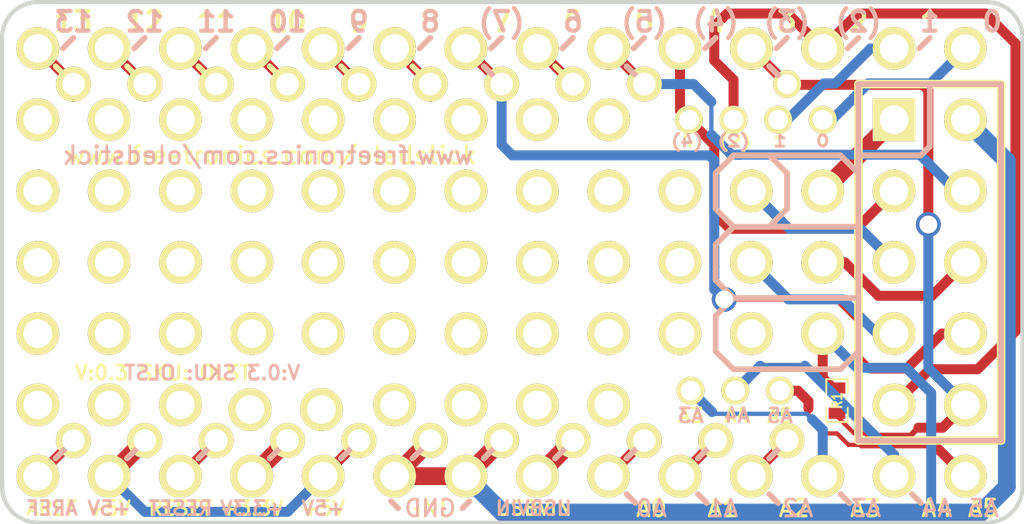
<source format=kicad_pcb>
(kicad_pcb (version 20221018) (generator pcbnew)
  (title_block (title "OLEDStick") (company "(c) Freetronics Pty Ltd 2013") (comment 1 "TAPR Open Hardware License"))
  (layers (0 "F.Cu" signal) (31 "B.Cu" signal) (34 "B.Paste" user) (35 "F.Paste" user) (36 "B.SilkS" user) (37 "F.SilkS" user) (38 "B.Mask" user) (39 "F.Mask" user) (44 "Edge.Cuts" user))
  (net 0 "")
  (net 1 "+5V")
  (net 2 "/3V3")
  (net 3 "/5V")
  (net 4 "/A0")
  (net 5 "/A1")
  (net 6 "/A2")
  (net 7 "/A3")
  (net 8 "/A4")
  (net 9 "/A5")
  (net 10 "/AREF")
  (net 11 "/D0")
  (net 12 "/D1")
  (net 13 "/D10")
  (net 14 "/D11")
  (net 15 "/D12")
  (net 16 "/D13")
  (net 17 "/D6")
  (net 18 "/D8")
  (net 19 "/D9")
  (net 20 "/MISO")
  (net 21 "/MOSI")
  (net 22 "/OLED_DnC")
  (net 23 "/OLED_nCS")
  (net 24 "/OLED_nRST")
  (net 25 "/RESET")
  (net 26 "/SCK")
  (net 27 "/USBVCC")
  (net 28 "/uSD_CD")
  (net 29 "/uSD_nCS")
  (net 30 "GND")
  (net 31 "N-000003")
  (footprint "PIN_ARRAY_5x2" (layer "F.Cu") (at 339.09 251.46 -90)
    (fp_text reference "P1" hide)
    (fp_text value "M02X05" hide)
  )
  (footprint "LEOSTICK_SHIELD" (layer "F.Cu") (at 307.34 259.08)
    (fp_text reference "U1" hide)
    (fp_text value "LEOSTICK_SHIELD" hide)
  )
  (footprint "1pin" (layer "F.Cu") (at 312.42 246.38 180)
    (fp_text reference "1PIN" hide)
    (fp_text value "P***" hide)
  )
  (footprint "1pin_prototyping" (layer "F.Cu") (at 314.96 246.38 180)
    (fp_text reference "1PIN" hide)
    (fp_text value "P***" hide)
  )
  (footprint "1pin_prototyping" (layer "F.Cu") (at 317.5 246.38 180)
    (fp_text reference "1PIN" hide)
    (fp_text value "P***" hide)
  )
  (footprint "1pin_prototyping" (layer "F.Cu") (at 320.04 246.38 180)
    (fp_text reference "1PIN" hide)
    (fp_text value "P***" hide)
  )
  (footprint "1pin_prototyping" (layer "F.Cu") (at 322.58 246.38 180)
    (fp_text reference "1PIN" hide)
    (fp_text value "P***" hide)
  )
  (footprint "1pin_prototyping" (layer "F.Cu") (at 325.12 246.38 180)
    (fp_text reference "1PIN" hide)
    (fp_text value "P***" hide)
  )
  (footprint "1pin_prototyping" (layer "F.Cu") (at 327.66 246.38 180)
    (fp_text reference "1PIN" hide)
    (fp_text value "P***" hide)
  )
  (footprint "1pin_prototyping" (layer "F.Cu") (at 307.34 246.38 180)
    (fp_text reference "1PIN" hide)
    (fp_text value "P***" hide)
  )
  (footprint "1pin_prototyping" (layer "F.Cu") (at 309.88 246.38 180)
    (fp_text reference "1PIN" hide)
    (fp_text value "P***" hide)
  )
  (footprint "1pin_prototyping" (layer "F.Cu") (at 309.88 248.92 180)
    (fp_text reference "1PIN" hide)
    (fp_text value "P***" hide)
  )
  (footprint "1pin_prototyping" (layer "F.Cu") (at 307.34 248.92 180)
    (fp_text reference "1PIN" hide)
    (fp_text value "P***" hide)
  )
  (footprint "1pin_prototyping" (layer "F.Cu") (at 330.2 248.92 180)
    (fp_text reference "1PIN" hide)
    (fp_text value "P***" hide)
  )
  (footprint "1pin_prototyping" (layer "F.Cu") (at 327.66 248.92 180)
    (fp_text reference "1PIN" hide)
    (fp_text value "P***" hide)
  )
  (footprint "1pin_prototyping" (layer "F.Cu") (at 325.12 248.92 180)
    (fp_text reference "1PIN" hide)
    (fp_text value "P***" hide)
  )
  (footprint "1pin_prototyping" (layer "F.Cu") (at 322.58 248.92 180)
    (fp_text reference "1PIN" hide)
    (fp_text value "P***" hide)
  )
  (footprint "1pin_prototyping" (layer "F.Cu") (at 320.04 248.92 180)
    (fp_text reference "1PIN" hide)
    (fp_text value "P***" hide)
  )
  (footprint "1pin_prototyping" (layer "F.Cu") (at 317.5 248.92 180)
    (fp_text reference "1PIN" hide)
    (fp_text value "P***" hide)
  )
  (footprint "1pin_prototyping" (layer "F.Cu") (at 317.5 251.46 180)
    (fp_text reference "1PIN" hide)
    (fp_text value "P***" hide)
  )
  (footprint "1pin_prototyping" (layer "F.Cu") (at 320.04 251.46 180)
    (fp_text reference "1PIN" hide)
    (fp_text value "P***" hide)
  )
  (footprint "1pin_prototyping" (layer "F.Cu") (at 322.58 251.46 180)
    (fp_text reference "1PIN" hide)
    (fp_text value "P***" hide)
  )
  (footprint "1pin_prototyping" (layer "F.Cu") (at 325.12 251.46 180)
    (fp_text reference "1PIN" hide)
    (fp_text value "P***" hide)
  )
  (footprint "1pin_prototyping" (layer "F.Cu") (at 327.66 251.46 180)
    (fp_text reference "1PIN" hide)
    (fp_text value "P***" hide)
  )
  (footprint "1pin_prototyping" (layer "F.Cu") (at 330.2 251.46 180)
    (fp_text reference "1PIN" hide)
    (fp_text value "P***" hide)
  )
  (footprint "1pin_prototyping" (layer "F.Cu") (at 307.34 251.46 180)
    (fp_text reference "1PIN" hide)
    (fp_text value "P***" hide)
  )
  (footprint "1pin_prototyping" (layer "F.Cu") (at 309.88 251.46 180)
    (fp_text reference "1PIN" hide)
    (fp_text value "P***" hide)
  )
  (footprint "1pin_prototyping" (layer "F.Cu") (at 309.88 254 180)
    (fp_text reference "1PIN" hide)
    (fp_text value "P***" hide)
  )
  (footprint "1pin_prototyping" (layer "F.Cu") (at 307.34 254 180)
    (fp_text reference "1PIN" hide)
    (fp_text value "P***" hide)
  )
  (footprint "1pin_prototyping" (layer "F.Cu") (at 330.2 254 180)
    (fp_text reference "1PIN" hide)
    (fp_text value "P***" hide)
  )
  (footprint "1pin_prototyping" (layer "F.Cu") (at 327.66 254 180)
    (fp_text reference "1PIN" hide)
    (fp_text value "P***" hide)
  )
  (footprint "1pin_prototyping" (layer "F.Cu") (at 325.12 254 180)
    (fp_text reference "1PIN" hide)
    (fp_text value "P***" hide)
  )
  (footprint "1pin_prototyping" (layer "F.Cu") (at 322.58 254 180)
    (fp_text reference "1PIN" hide)
    (fp_text value "P***" hide)
  )
  (footprint "1pin_prototyping" (layer "F.Cu") (at 320.04 254 180)
    (fp_text reference "1PIN" hide)
    (fp_text value "P***" hide)
  )
  (footprint "1pin_prototyping" (layer "F.Cu") (at 317.5 254 180)
    (fp_text reference "1PIN" hide)
    (fp_text value "P***" hide)
  )
  (footprint "1pin_prototyping" (layer "F.Cu") (at 312.42 256.54 180)
    (fp_text reference "1PIN" hide)
    (fp_text value "P***" hide)
  )
  (footprint "1pin_prototyping" (layer "F.Cu") (at 314.8965 256.7051 180)
    (fp_text reference "1PIN" hide)
    (fp_text value "P***" hide)
  )
  (footprint "1pin_prototyping" (layer "F.Cu") (at 317.4365 256.7051 180)
    (fp_text reference "1PIN" hide)
    (fp_text value "P***" hide)
  )
  (footprint "1pin_prototyping" (layer "F.Cu") (at 320.04 256.54 180)
    (fp_text reference "1PIN" hide)
    (fp_text value "P***" hide)
  )
  (footprint "1pin_prototyping" (layer "F.Cu") (at 322.58 256.54 180)
    (fp_text reference "1PIN" hide)
    (fp_text value "P***" hide)
  )
  (footprint "1pin_prototyping" (layer "F.Cu") (at 325.12 256.54 180)
    (fp_text reference "1PIN" hide)
    (fp_text value "P***" hide)
  )
  (footprint "1pin_prototyping" (layer "F.Cu") (at 327.66 256.54 180)
    (fp_text reference "1PIN" hide)
    (fp_text value "P***" hide)
  )
  (footprint "1pin_prototyping" (layer "F.Cu") (at 307.34 256.54 180)
    (fp_text reference "1PIN" hide)
    (fp_text value "P***" hide)
  )
  (footprint "1pin_prototyping" (layer "F.Cu") (at 309.88 256.54 180)
    (fp_text reference "1PIN" hide)
    (fp_text value "P***" hide)
  )
  (footprint "1pin_prototyping" (layer "F.Cu") (at 334.01 245.11 180)
    (fp_text reference "1PIN" hide)
    (fp_text value "P***" hide)
  )
  (footprint "1pin_prototyping_mini" (layer "F.Cu") (at 332.105 246.38 180)
    (fp_text reference "1PIN" hide)
    (fp_text value "P***" hide)
  )
  (footprint "1pin_prototyping_mini" (layer "F.Cu") (at 330.5175 246.38 180)
    (fp_text reference "1PIN" hide)
    (fp_text value "P***" hide)
  )
  (footprint "1pin_prototyping_mini" (layer "F.Cu") (at 328.93 245.11 180)
    (fp_text reference "1PIN" hide)
    (fp_text value "P***" hide)
  )
  (footprint "1pin_prototyping_mini" (layer "F.Cu") (at 326.39 245.11 180)
    (fp_text reference "1PIN" hide)
    (fp_text value "P***" hide)
  )
  (footprint "1pin_prototyping_mini" (layer "F.Cu") (at 323.85 245.11 180)
    (fp_text reference "1PIN" hide)
    (fp_text value "P***" hide)
  )
  (footprint "1pin_prototyping_mini" (layer "F.Cu") (at 321.31 245.11 180)
    (fp_text reference "1PIN" hide)
    (fp_text value "P***" hide)
  )
  (footprint "1pin_prototyping_mini" (layer "F.Cu") (at 318.77 245.11 180)
    (fp_text reference "1PIN" hide)
    (fp_text value "P***" hide)
  )
  (footprint "1pin_prototyping_mini" (layer "F.Cu") (at 316.23 245.11 180)
    (fp_text reference "1PIN" hide)
    (fp_text value "P***" hide)
  )
  (footprint "1pin_prototyping_mini" (layer "F.Cu") (at 313.69 245.11 180)
    (fp_text reference "1PIN" hide)
    (fp_text value "P***" hide)
  )
  (footprint "1pin_prototyping_mini" (layer "F.Cu") (at 311.15 245.11 180)
    (fp_text reference "1PIN" hide)
    (fp_text value "P***" hide)
  )
  (footprint "1pin_prototyping_mini" (layer "F.Cu") (at 311.15 257.81 180)
    (fp_text reference "1PIN" hide)
    (fp_text value "P***" hide)
  )
  (footprint "1pin_prototyping_mini" (layer "F.Cu") (at 313.69 257.81 180)
    (fp_text reference "1PIN" hide)
    (fp_text value "P***" hide)
  )
  (footprint "1pin_prototyping_mini" (layer "F.Cu") (at 316.23 257.81 180)
    (fp_text reference "1PIN" hide)
    (fp_text value "P***" hide)
  )
  (footprint "1pin_prototyping_mini" (layer "F.Cu") (at 318.77 257.81 180)
    (fp_text reference "1PIN" hide)
    (fp_text value "P***" hide)
  )
  (footprint "1pin_prototyping_mini" (layer "F.Cu") (at 321.31 257.81 180)
    (fp_text reference "1PIN" hide)
    (fp_text value "P***" hide)
  )
  (footprint "1pin_prototyping_mini" (layer "F.Cu") (at 323.85 257.81 180)
    (fp_text reference "1PIN" hide)
    (fp_text value "P***" hide)
  )
  (footprint "1pin_prototyping_mini" (layer "F.Cu") (at 326.39 257.81 180)
    (fp_text reference "1PIN" hide)
    (fp_text value "P***" hide)
  )
  (footprint "1pin_prototyping_mini" (layer "F.Cu") (at 328.93 257.81 180)
    (fp_text reference "1PIN" hide)
    (fp_text value "P***" hide)
  )
  (footprint "1pin_prototyping_mini" (layer "F.Cu") (at 331.47 257.81 180)
    (fp_text reference "1PIN" hide)
    (fp_text value "P***" hide)
  )
  (footprint "1pin_prototyping_mini" (layer "F.Cu") (at 334.01 257.81 180)
    (fp_text reference "1PIN" hide)
    (fp_text value "P***" hide)
  )
  (footprint "1pin_prototyping_mini" (layer "F.Cu") (at 330.581 256.032 180)
    (fp_text reference "1PIN" hide)
    (fp_text value "P***" hide)
  )
  (footprint "1pin_prototyping_mini" (layer "F.Cu") (at 308.61 257.81 180)
    (fp_text reference "1PIN" hide)
    (fp_text value "P***" hide)
  )
  (footprint "1pin_prototyping_mini" (layer "F.Cu") (at 308.61 245.11 180)
    (fp_text reference "1PIN" hide)
    (fp_text value "P***" hide)
  )
  (footprint "1pin_prototyping" (layer "F.Cu") (at 312.42 254 180)
    (fp_text reference "1PIN" hide)
    (fp_text value "P***" hide)
  )
  (footprint "1pin_prototyping" (layer "F.Cu") (at 314.96 254 180)
    (fp_text reference "1PIN" hide)
    (fp_text value "P***" hide)
  )
  (footprint "1pin_prototyping" (layer "F.Cu") (at 314.96 251.46 180)
    (fp_text reference "1PIN" hide)
    (fp_text value "P***" hide)
  )
  (footprint "1pin_prototyping" (layer "F.Cu") (at 312.42 251.46 180)
    (fp_text reference "1PIN" hide)
    (fp_text value "P***" hide)
  )
  (footprint "1pin_prototyping" (layer "F.Cu") (at 312.42 248.92 180)
    (fp_text reference "1PIN" hide)
    (fp_text value "P***" hide)
  )
  (footprint "1pin_prototyping" (layer "F.Cu") (at 314.96 248.92 180)
    (fp_text reference "1PIN" hide)
    (fp_text value "P***" hide)
  )
  (footprint "1pin_prototyping_mini" (layer "F.Cu") (at 332.1685 256.032)
    (fp_text reference "1PIN" hide)
    (fp_text value "P***" hide)
  )
  (footprint "1pin_prototyping_mini" (layer "F.Cu") (at 333.756 256.032)
    (fp_text reference "1PIN" hide)
    (fp_text value "P***" hide)
  )
  (footprint "1pin_prototyping_mini" (layer "F.Cu") (at 333.6925 246.38)
    (fp_text reference "1PIN" hide)
    (fp_text value "P***" hide)
  )
  (footprint "1pin_prototyping_mini" (layer "F.Cu") (at 335.28 246.38)
    (fp_text reference "1PIN" hide)
    (fp_text value "P***" hide)
  )
  (footprint "SM0402" (layer "F.Cu") (at 335.788 256.3876 90)
    (fp_text reference "R1")
    (fp_text value "47K" hide)
  )
  (gr_line (start 328.6125 244.7925) (end 328.295 244.475) (stroke (width 0.2)) (layer "B.SilkS"))
  (gr_line (start 323.215 258.445) (end 323.5325 258.1275) (stroke (width 0.2)) (layer "B.SilkS"))
  (gr_line (start 326.39 243.459) (end 326.009 243.84) (stroke (width 0.199898)) (layer "B.SilkS"))
  (gr_line (start 318.77 243.459) (end 318.389 243.84) (stroke (width 0.199898)) (layer "B.SilkS"))
  (gr_line (start 331.47 250.825) (end 331.47 252.095) (stroke (width 0.2)) (layer "B.SilkS"))
  (gr_line (start 333.375 250.19) (end 332.105 250.19) (stroke (width 0.2)) (layer "B.SilkS"))
  (gr_line (start 318.135 258.445) (end 318.4525 258.1275) (stroke (width 0.2)) (layer "B.SilkS"))
  (gr_line (start 341.63 245.11) (end 341.63 257.81) (stroke (width 0.2)) (layer "B.SilkS"))
  (gr_line (start 316.23 243.459) (end 315.849 243.84) (stroke (width 0.199898)) (layer "B.SilkS"))
  (gr_line (start 328.93 243.459) (end 328.549 243.84) (stroke (width 0.199898)) (layer "B.SilkS"))
  (gr_line (start 323.85 243.459) (end 323.469 243.84) (stroke (width 0.199898)) (layer "B.SilkS"))
  (gr_line (start 331.47 254.635) (end 332.105 255.27) (stroke (width 0.2)) (layer "B.SilkS"))
  (gr_line (start 333.375 247.65) (end 335.915 247.65) (stroke (width 0.2)) (layer "B.SilkS"))
  (gr_line (start 334.01 243.459) (end 333.629 243.84) (stroke (width 0.199898)) (layer "B.SilkS"))
  (gr_line (start 331.47 249.555) (end 331.47 248.285) (stroke (width 0.2)) (layer "B.SilkS"))
  (gr_line (start 307.975 258.445) (end 308.2925 258.1275) (stroke (width 0.2)) (layer "B.SilkS"))
  (gr_line (start 339.09 243.459) (end 338.709 243.84) (stroke (width 0.199898)) (layer "B.SilkS"))
  (gr_line (start 328.295 259.715) (end 328.6125 260.0325) (stroke (width 0.2)) (layer "B.SilkS"))
  (gr_line (start 332.105 252.73) (end 331.47 253.365) (stroke (width 0.2)) (layer "B.SilkS"))
  (gr_line (start 334.01 249.555) (end 333.375 250.19) (stroke (width 0.2)) (layer "B.SilkS"))
  (gr_line (start 313.055 258.445) (end 313.3725 258.1275) (stroke (width 0.2)) (layer "B.SilkS"))
  (gr_line (start 336.55 252.73) (end 336.55 252.857) (stroke (width 0.199898)) (layer "B.SilkS"))
  (gr_line (start 331.47 252.095) (end 332.105 252.73) (stroke (width 0.2)) (layer "B.SilkS"))
  (gr_line (start 335.915 255.27) (end 336.55 254.635) (stroke (width 0.2)) (layer "B.SilkS"))
  (gr_line (start 332.105 250.19) (end 331.47 250.825) (stroke (width 0.2)) (layer "B.SilkS"))
  (gr_line (start 323.215 244.475) (end 323.5325 244.7925) (stroke (width 0.2)) (layer "B.SilkS"))
  (gr_line (start 335.915 259.715) (end 336.2325 260.0325) (stroke (width 0.2)) (layer "B.SilkS"))
  (gr_line (start 331.47 253.365) (end 331.47 254.635) (stroke (width 0.2)) (layer "B.SilkS"))
  (gr_line (start 336.55 257.81) (end 336.55 245.11) (stroke (width 0.2)) (layer "B.SilkS"))
  (gr_line (start 333.6925 244.7925) (end 333.375 244.475) (stroke (width 0.2)) (layer "B.SilkS"))
  (gr_line (start 336.55 243.459) (end 336.169 243.84) (stroke (width 0.199898)) (layer "B.SilkS"))
  (gr_line (start 319.913 259.969) (end 320.167 260.223) (stroke (width 0.199898)) (layer "B.SilkS"))
  (gr_line (start 333.375 258.445) (end 333.6925 258.1275) (stroke (width 0.2)) (layer "B.SilkS"))
  (gr_line (start 330.835 259.715) (end 331.1525 260.0325) (stroke (width 0.2)) (layer "B.SilkS"))
  (gr_line (start 334.01 248.285) (end 334.01 249.555) (stroke (width 0.2)) (layer "B.SilkS"))
  (gr_line (start 332.105 252.73) (end 336.55 252.73) (stroke (width 0.199898)) (layer "B.SilkS"))
  (gr_line (start 332.105 255.27) (end 335.915 255.27) (stroke (width 0.2)) (layer "B.SilkS"))
  (gr_line (start 341.63 257.81) (end 336.55 257.81) (stroke (width 0.2)) (layer "B.SilkS"))
  (gr_line (start 339.09 247.3325) (end 338.7725 247.65) (stroke (width 0.2)) (layer "B.SilkS"))
  (gr_line (start 331.47 243.459) (end 331.089 243.84) (stroke (width 0.199898)) (layer "B.SilkS"))
  (gr_line (start 336.55 245.11) (end 341.63 245.11) (stroke (width 0.2)) (layer "B.SilkS"))
  (gr_line (start 322.707 259.969) (end 322.453 260.223) (stroke (width 0.199898)) (layer "B.SilkS"))
  (gr_line (start 313.69 243.459) (end 313.309 243.84) (stroke (width 0.199898)) (layer "B.SilkS"))
  (gr_line (start 320.675 258.445) (end 320.9925 258.1275) (stroke (width 0.2)) (layer "B.SilkS"))
  (gr_line (start 310.515 258.445) (end 310.8325 258.1275) (stroke (width 0.2)) (layer "B.SilkS"))
  (gr_line (start 315.595 258.445) (end 315.9125 258.1275) (stroke (width 0.2)) (layer "B.SilkS"))
  (gr_line (start 333.375 259.715) (end 333.6925 260.0325) (stroke (width 0.2)) (layer "B.SilkS"))
  (gr_line (start 332.105 247.65) (end 333.375 247.65) (stroke (width 0.2)) (layer "B.SilkS"))
  (gr_line (start 308.61 243.459) (end 308.229 243.84) (stroke (width 0.199898)) (layer "B.SilkS"))
  (gr_line (start 330.835 258.445) (end 331.1525 258.1275) (stroke (width 0.2)) (layer "B.SilkS"))
  (gr_line (start 338.455 259.715) (end 338.7725 260.0325) (stroke (width 0.2)) (layer "B.SilkS"))
  (gr_line (start 338.7725 247.65) (end 336.55 247.65) (stroke (width 0.2)) (layer "B.SilkS"))
  (gr_line (start 328.295 258.445) (end 328.6125 258.1275) (stroke (width 0.2)) (layer "B.SilkS"))
  (gr_line (start 339.09 245.11) (end 339.09 247.3325) (stroke (width 0.2)) (layer "B.SilkS"))
  (gr_line (start 335.915 247.65) (end 336.55 248.285) (stroke (width 0.2)) (layer "B.SilkS"))
  (gr_line (start 311.15 243.459) (end 310.769 243.84) (stroke (width 0.199898)) (layer "B.SilkS"))
  (gr_line (start 333.375 250.19) (end 336.55 250.19) (stroke (width 0.199898)) (layer "B.SilkS"))
  (gr_line (start 331.47 248.285) (end 332.105 247.65) (stroke (width 0.2)) (layer "B.SilkS"))
  (gr_line (start 333.375 247.65) (end 334.01 248.285) (stroke (width 0.2)) (layer "B.SilkS"))
  (gr_line (start 325.755 258.445) (end 326.0725 258.1275) (stroke (width 0.2)) (layer "B.SilkS"))
  (gr_line (start 332.105 250.19) (end 331.47 249.555) (stroke (width 0.2)) (layer "B.SilkS"))
  (gr_line (start 321.31 243.459) (end 320.929 243.84) (stroke (width 0.199898)) (layer "B.SilkS"))
  (gr_line (start 311.15 243.459) (end 310.769 243.84) (stroke (width 0.199898)) (layer "F.SilkS"))
  (gr_line (start 313.69 243.459) (end 313.309 243.84) (stroke (width 0.199898)) (layer "F.SilkS"))
  (gr_line (start 316.23 243.459) (end 315.849 243.84) (stroke (width 0.199898)) (layer "F.SilkS"))
  (gr_line (start 318.77 243.459) (end 318.389 243.84) (stroke (width 0.199898)) (layer "F.SilkS"))
  (gr_line (start 321.31 243.459) (end 320.929 243.84) (stroke (width 0.199898)) (layer "F.SilkS"))
  (gr_line (start 323.85 243.459) (end 323.469 243.84) (stroke (width 0.199898)) (layer "F.SilkS"))
  (gr_line (start 326.39 243.459) (end 326.009 243.84) (stroke (width 0.199898)) (layer "F.SilkS"))
  (gr_line (start 328.93 243.459) (end 328.549 243.84) (stroke (width 0.199898)) (layer "F.SilkS"))
  (gr_line (start 331.47 243.459) (end 331.089 243.84) (stroke (width 0.199898)) (layer "F.SilkS"))
  (gr_line (start 334.01 243.459) (end 333.629 243.84) (stroke (width 0.199898)) (layer "F.SilkS"))
  (gr_line (start 336.55 243.459) (end 336.169 243.84) (stroke (width 0.199898)) (layer "F.SilkS"))
  (gr_line (start 339.09 243.459) (end 338.709 243.84) (stroke (width 0.199898)) (layer "F.SilkS"))
  (gr_line (start 320.675 258.445) (end 320.9925 258.1275) (stroke (width 0.2)) (layer "F.SilkS"))
  (gr_line (start 318.135 244.475) (end 318.4525 244.7925) (stroke (width 0.2)) (layer "F.SilkS"))
  (gr_line (start 307.975 244.475) (end 308.2925 244.7925) (stroke (width 0.2)) (layer "F.SilkS"))
  (gr_line (start 332.105 250.19) (end 333.375 250.19) (stroke (width 0.2)) (layer "F.SilkS"))
  (gr_line (start 319.913 259.969) (end 320.167 260.223) (stroke (width 0.199898)) (layer "F.SilkS"))
  (gr_line (start 325.755 244.475) (end 326.0725 244.7925) (stroke (width 0.2)) (layer "F.SilkS"))
  (gr_line (start 335.915 255.27) (end 336.55 254.635) (stroke (width 0.2)) (layer "F.SilkS"))
  (gr_line (start 328.295 244.475) (end 328.6125 244.7925) (stroke (width 0.2)) (layer "F.SilkS"))
  (gr_line (start 338.7725 247.65) (end 336.55 247.65) (stroke (width 0.2)) (layer "F.SilkS"))
  (gr_line (start 332.105 252.73) (end 331.47 253.365) (stroke (width 0.2)) (layer "F.SilkS"))
  (gr_line (start 322.707 259.969) (end 322.453 260.223) (stroke (width 0.199898)) (layer "F.SilkS"))
  (gr_line (start 308.61 243.459) (end 308.229 243.84) (stroke (width 0.199898)) (layer "F.SilkS"))
  (gr_line (start 331.47 252.095) (end 332.105 252.73) (stroke (width 0.2)) (layer "F.SilkS"))
  (gr_line (start 339.09 247.3325) (end 338.7725 247.65) (stroke (width 0.2)) (layer "F.SilkS"))
  (gr_line (start 328.295 259.715) (end 328.6125 260.0325) (stroke (width 0.2)) (layer "F.SilkS"))
  (gr_line (start 320.675 244.475) (end 320.9925 244.7925) (stroke (width 0.2)) (layer "F.SilkS"))
  (gr_line (start 330.835 258.445) (end 331.1525 258.1275) (stroke (width 0.2)) (layer "F.SilkS"))
  (gr_line (start 307.975 258.445) (end 308.2925 258.1275) (stroke (width 0.2)) (layer "F.SilkS"))
  (gr_line (start 332.105 250.19) (end 336.55 250.19) (stroke (width 0.2)) (layer "F.SilkS"))
  (gr_line (start 332.105 250.19) (end 331.47 250.825) (stroke (width 0.2)) (layer "F.SilkS"))
  (gr_line (start 333.375 250.19) (end 334.01 249.555) (stroke (width 0.2)) (layer "F.SilkS"))
  (gr_line (start 331.47 254.635) (end 332.105 255.27) (stroke (width 0.2)) (layer "F.SilkS"))
  (gr_line (start 334.01 248.285) (end 333.375 247.65) (stroke (width 0.2)) (layer "F.SilkS"))
  (gr_line (start 331.47 248.285) (end 332.105 247.65) (stroke (width 0.2)) (layer "F.SilkS"))
  (gr_line (start 332.105 247.65) (end 335.915 247.65) (stroke (width 0.2)) (layer "F.SilkS"))
  (gr_line (start 331.47 254.3175) (end 331.47 254.635) (stroke (width 0.2)) (layer "F.SilkS"))
  (gr_line (start 333.375 244.475) (end 333.6925 244.7925) (stroke (width 0.2)) (layer "F.SilkS"))
  (gr_line (start 338.455 259.715) (end 338.7725 260.0325) (stroke (width 0.2)) (layer "F.SilkS"))
  (gr_line (start 331.47 250.825) (end 331.47 251.7775) (stroke (width 0.2)) (layer "F.SilkS"))
  (gr_line (start 310.515 244.475) (end 310.8325 244.7925) (stroke (width 0.2)) (layer "F.SilkS"))
  (gr_line (start 323.5325 244.7925) (end 323.215 244.475) (stroke (width 0.2)) (layer "F.SilkS"))
  (gr_line (start 335.915 259.715) (end 336.2325 260.0325) (stroke (width 0.2)) (layer "F.SilkS"))
  (gr_line (start 323.215 258.445) (end 323.5325 258.1275) (stroke (width 0.2)) (layer "F.SilkS"))
  (gr_line (start 330.835 259.715) (end 331.1525 260.0325) (stroke (width 0.2)) (layer "F.SilkS"))
  (gr_line (start 333.375 259.715) (end 333.6925 260.0325) (stroke (width 0.2)) (layer "F.SilkS"))
  (gr_line (start 334.01 249.555) (end 334.01 248.285) (stroke (width 0.2)) (layer "F.SilkS"))
  (gr_line (start 313.055 244.475) (end 313.3725 244.7925) (stroke (width 0.2)) (layer "F.SilkS"))
  (gr_line (start 315.595 244.475) (end 315.9125 244.7925) (stroke (width 0.2)) (layer "F.SilkS"))
  (gr_line (start 333.375 258.445) (end 333.6925 258.1275) (stroke (width 0.2)) (layer "F.SilkS"))
  (gr_line (start 310.515 258.445) (end 310.8325 258.1275) (stroke (width 0.2)) (layer "F.SilkS"))
  (gr_line (start 328.295 258.445) (end 328.6125 258.1275) (stroke (width 0.2)) (layer "F.SilkS"))
  (gr_line (start 315.595 258.445) (end 315.9125 258.1275) (stroke (width 0.2)) (layer "F.SilkS"))
  (gr_line (start 331.47 251.7775) (end 331.47 252.095) (stroke (width 0.2)) (layer "F.SilkS"))
  (gr_line (start 332.105 252.73) (end 336.55 252.73) (stroke (width 0.2)) (layer "F.SilkS"))
  (gr_line (start 339.09 245.11) (end 339.09 247.3325) (stroke (width 0.2)) (layer "F.SilkS"))
  (gr_line (start 331.47 253.365) (end 331.47 254.3175) (stroke (width 0.2)) (layer "F.SilkS"))
  (gr_line (start 331.47 249.555) (end 332.105 250.19) (stroke (width 0.2)) (layer "F.SilkS"))
  (gr_line (start 332.105 255.27) (end 335.915 255.27) (stroke (width 0.2)) (layer "F.SilkS"))
  (gr_line (start 313.055 258.445) (end 313.3725 258.1275) (stroke (width 0.2)) (layer "F.SilkS"))
  (gr_line (start 325.755 258.445) (end 326.0725 258.1275) (stroke (width 0.2)) (layer "F.SilkS"))
  (gr_line (start 331.47 248.285) (end 331.47 249.555) (stroke (width 0.2)) (layer "F.SilkS"))
  (gr_line (start 318.135 258.445) (end 318.4525 258.1275) (stroke (width 0.2)) (layer "F.SilkS"))
  (gr_line (start 335.915 247.65) (end 336.55 248.285) (stroke (width 0.2)) (layer "F.SilkS"))
  (gr_line (start 342.392 259.461) (end 342.392 243.459) (stroke (width 0.15)) (layer "Edge.Cuts"))
  (gr_line (start 341.122 242.189) (end 307.34 242.189) (stroke (width 0.15)) (layer "Edge.Cuts"))
  (gr_arc (start 341.122 242.189) (mid 342.020026 242.560974) (end 342.392 243.459) (stroke (width 0.15)) (layer "Edge.Cuts"))
  (gr_arc (start 306.07 243.459) (mid 306.441974 242.560974) (end 307.34 242.189) (stroke (width 0.15)) (layer "Edge.Cuts"))
  (gr_arc (start 342.392 259.461) (mid 342.020026 260.359026) (end 341.122 260.731) (stroke (width 0.15)) (layer "Edge.Cuts"))
  (gr_arc (start 307.34 260.731) (mid 306.441974 260.359026) (end 306.07 259.461) (stroke (width 0.15)) (layer "Edge.Cuts"))
  (gr_line (start 306.07 243.459) (end 306.07 259.461) (stroke (width 0.15)) (layer "Edge.Cuts"))
  (gr_line (start 341.122 260.731) (end 307.34 260.731) (stroke (width 0.127)) (layer "Edge.Cuts"))
  (gr_text "+3.3V" (at 314.96 260.223) (layer "B.SilkS") (effects (font (size 0.5 0.5) (thickness 0.1)) (justify mirror)))
  (gr_text "(4)" (at 331.47 242.8875) (layer "B.SilkS") (effects (font (size 0.7 0.7)) (justify mirror)))
  (gr_text "A5" (at 340.995 260.223) (layer "B.SilkS") (effects (font (size 0.6 0.6) (thickness 0.1)) (justify mirror)))
  (gr_text "+5V" (at 309.88 260.223) (layer "B.SilkS") (effects (font (size 0.5 0.5) (thickness 0.1)) (justify mirror)))
  (gr_text "(7)" (at 323.85 242.8875) (layer "B.SilkS") (effects (font (size 0.7 0.7)) (justify mirror)))
  (gr_text "13" (at 308.61 242.8875) (layer "B.SilkS") (effects (font (size 0.7 0.7)) (justify mirror)))
  (gr_text "1" (at 339.09 242.8875) (layer "B.SilkS") (effects (font (size 0.7 0.7)) (justify mirror)))
  (gr_text "1" (at 333.756 247.142) (layer "B.SilkS") (effects (font (size 0.4 0.5) (thickness 0.1)) (justify mirror)))
  (gr_text "11" (at 313.69 242.8875) (layer "B.SilkS") (effects (font (size 0.7 0.7)) (justify mirror)))
  (gr_text "AREF" (at 307.848 260.223) (layer "B.SilkS") (effects (font (size 0.5 0.5) (thickness 0.1)) (justify mirror)))
  (gr_text "(4)" (at 330.454 247.142) (layer "B.SilkS") (effects (font (size 0.4064 0.5) (thickness 0.1)) (justify mirror)))
  (gr_text "A2" (at 334.391 260.223) (layer "B.SilkS") (effects (font (size 0.6 0.6) (thickness 0.1)) (justify mirror)))
  (gr_text "(3)" (at 334.01 242.8875) (layer "B.SilkS") (effects (font (size 0.7 0.7)) (justify mirror)))
  (gr_text "0" (at 341.3125 242.8875) (layer "B.SilkS") (effects (font (size 0.7 0.7)) (justify mirror)))
  (gr_text "0" (at 335.28 247.142) (layer "B.SilkS") (effects (font (size 0.4 0.5) (thickness 0.1)) (justify mirror)))
  (gr_text "+5V" (at 317.5 260.223) (layer "B.SilkS") (effects (font (size 0.5 0.5) (thickness 0.1)) (justify mirror)))
  (gr_text "GND" (at 321.31 260.223) (layer "B.SilkS") (effects (font (size 0.6 0.6) (thickness 0.1)) (justify mirror)))
  (gr_text "8" (at 321.31 242.8875) (layer "B.SilkS") (effects (font (size 0.7 0.7)) (justify mirror)))
  (gr_text "(5)" (at 328.93 242.8875) (layer "B.SilkS") (effects (font (size 0.7 0.7)) (justify mirror)))
  (gr_text "10" (at 316.23 242.8875) (layer "B.SilkS") (effects (font (size 0.7 0.7)) (justify mirror)))
  (gr_text "A3" (at 336.804 260.223) (layer "B.SilkS") (effects (font (size 0.6 0.6) (thickness 0.1)) (justify mirror)))
  (gr_text "12" (at 311.15 242.8875) (layer "B.SilkS") (effects (font (size 0.7 0.7)) (justify mirror)))
  (gr_text "A4" (at 332.232 256.921) (layer "B.SilkS") (effects (font (size 0.5 0.5) (thickness 0.1)) (justify mirror)))
  (gr_text "A0" (at 329.184 260.223) (layer "B.SilkS") (effects (font (size 0.6 0.6) (thickness 0.1)) (justify mirror)))
  (gr_text "A5" (at 333.756 256.921) (layer "B.SilkS") (effects (font (size 0.5 0.5) (thickness 0.1)) (justify mirror)))
  (gr_text "www.freetronics.com/oledstick" (at 322.8975 247.65) (layer "B.SilkS") (effects (font (size 0.635 0.635) (thickness 0.1016)) (justify left mirror)))
  (gr_text "A4" (at 339.344 260.223) (layer "B.SilkS") (effects (font (size 0.6 0.6) (thickness 0.1)) (justify mirror)))
  (gr_text "A1" (at 331.724 260.223) (layer "B.SilkS") (effects (font (size 0.6 0.6) (thickness 0.1)) (justify mirror)))
  (gr_text "V:0.3 SKU: OLST" (at 316.738 255.397) (layer "B.SilkS") (effects (font (size 0.508 0.508) (thickness 0.1016)) (justify left mirror)))
  (gr_text "6" (at 326.39 242.8875) (layer "B.SilkS") (effects (font (size 0.7 0.7)) (justify mirror)))
  (gr_text "(2)" (at 332.105 247.142) (layer "B.SilkS") (effects (font (size 0.4064 0.5) (thickness 0.1)) (justify mirror)))
  (gr_text "A3" (at 330.581 256.921) (layer "B.SilkS") (effects (font (size 0.5 0.5) (thickness 0.1)) (justify mirror)))
  (gr_text "RESET" (at 312.42 260.223) (layer "B.SilkS") (effects (font (size 0.5 0.5) (thickness 0.1)) (justify mirror)))
  (gr_text "(2)" (at 336.55 242.8875) (layer "B.SilkS") (effects (font (size 0.7 0.7)) (justify mirror)))
  (gr_text "9" (at 318.77 242.8875) (layer "B.SilkS") (effects (font (size 0.7 0.7)) (justify mirror)))
  (gr_text "USBVIN" (at 324.993 260.223) (layer "B.SilkS") (effects (font (size 0.5 0.5) (thickness 0.1)) (justify mirror)))
  (gr_text "(2)" (at 336.55 242.8875) (layer "F.SilkS") (effects (font (size 0.7 0.7))))
  (gr_text "+3.3V" (at 314.96 260.223) (layer "F.SilkS") (effects (font (size 0.5 0.5) (thickness 0.1))))
  (gr_text "USBVIN" (at 324.993 260.223) (layer "F.SilkS") (effects (font (size 0.5 0.5) (thickness 0.1))))
  (gr_text "A1" (at 331.724 260.223) (layer "F.SilkS") (effects (font (size 0.6 0.6) (thickness 0.1))))
  (gr_text "GND" (at 321.31 260.223) (layer "F.SilkS") (effects (font (size 0.6 0.6) (thickness 0.1))))
  (gr_text "V:0.3 SKU: OLST" (at 308.61 255.397) (layer "F.SilkS") (effects (font (size 0.508 0.508) (thickness 0.1016)) (justify left)))
  (gr_text "A4" (at 332.232 256.921) (layer "F.SilkS") (effects (font (size 0.5 0.5) (thickness 0.1))))
  (gr_text "RESET" (at 312.42 260.223) (layer "F.SilkS") (effects (font (size 0.5 0.5) (thickness 0.1))))
  (gr_text "(3)" (at 334.01 242.8875) (layer "F.SilkS") (effects (font (size 0.7 0.7))))
  (gr_text "(2)" (at 332.1558 247.142) (layer "F.SilkS") (effects (font (size 0.4064 0.5) (thickness 0.1))))
  (gr_text "(4)" (at 331.47 242.8875) (layer "F.SilkS") (effects (font (size 0.7 0.7))))
  (gr_text "A5" (at 333.756 256.921) (layer "F.SilkS") (effects (font (size 0.5 0.5) (thickness 0.1))))
  (gr_text "(4)" (at 330.454 247.142) (layer "F.SilkS") (effects (font (size 0.4064 0.5) (thickness 0.1))))
  (gr_text "A3" (at 336.804 260.223) (layer "F.SilkS") (effects (font (size 0.6 0.6) (thickness 0.1))))
  (gr_text "0" (at 341.3125 242.8875) (layer "F.SilkS") (effects (font (size 0.7 0.7))))
  (gr_text "10" (at 316.23 242.8875) (layer "F.SilkS") (effects (font (size 0.7 0.7))))
  (gr_text "12" (at 311.15 242.8875) (layer "F.SilkS") (effects (font (size 0.7 0.7))))
  (gr_text "8" (at 321.31 242.8875) (layer "F.SilkS") (effects (font (size 0.7 0.7))))
  (gr_text "(5)" (at 328.93 242.8875) (layer "F.SilkS") (effects (font (size 0.7 0.7))))
  (gr_text "A2" (at 334.264 260.223) (layer "F.SilkS") (effects (font (size 0.6 0.6) (thickness 0.1))))
  (gr_text "1" (at 339.09 242.8875) (layer "F.SilkS") (effects (font (size 0.7 0.7))))
  (gr_text "11" (at 313.69 242.8875) (layer "F.SilkS") (effects (font (size 0.7 0.7))))
  (gr_text "+5V" (at 317.5 260.223) (layer "F.SilkS") (effects (font (size 0.5 0.5) (thickness 0.1))))
  (gr_text "13" (at 308.61 242.8875) (layer "F.SilkS") (effects (font (size 0.7 0.7))))
  (gr_text "9" (at 318.77 242.8875) (layer "F.SilkS") (effects (font (size 0.7 0.7))))
  (gr_text "6" (at 326.39 242.8875) (layer "F.SilkS") (effects (font (size 0.7 0.7))))
  (gr_text "+5V" (at 309.88 260.223) (layer "F.SilkS") (effects (font (size 0.5 0.5) (thickness 0.1))))
  (gr_text "www.freetronics.com/oledstick" (at 308.2925 247.65) (layer "F.SilkS") (effects (font (size 0.635 0.635) (thickness 0.1016)) (justify left)))
  (gr_text "A0" (at 329.184 260.223) (layer "F.SilkS") (effects (font (size 0.6 0.6) (thickness 0.1))))
  (gr_text "AREF" (at 307.848 260.223) (layer "F.SilkS") (effects (font (size 0.5 0.5) (thickness 0.1))))
  (gr_text "A5" (at 340.995 260.223) (layer "F.SilkS") (effects (font (size 0.6 0.6) (thickness 0.1))))
  (gr_text "A4" (at 339.344 260.223) (layer "F.SilkS") (effects (font (size 0.6 0.6) (thickness 0.1))))
  (gr_text "1" (at 333.756 247.142) (layer "F.SilkS") (effects (font (size 0.4 0.5) (thickness 0.1))))
  (gr_text "(7)" (at 323.85 242.8875) (layer "F.SilkS") (effects (font (size 0.7 0.7))))
  (gr_text "A3" (at 330.581 256.921) (layer "F.SilkS") (effects (font (size 0.5 0.5) (thickness 0.1))))
  (gr_text "0" (at 335.28 247.1166) (layer "F.SilkS") (effects (font (size 0.4 0.5) (thickness 0.1))))
  (segment (start 337.82 246.38) (end 335.28 248.92) (width 0.635) (layer "F.Cu") (net 1))
  (segment (start 314.96 259.08) (end 316.23 257.81) (width 0.635) (layer "F.Cu") (net 2))
  (segment (start 309.88 259.08) (end 311.15 257.81) (width 0.635) (layer "F.Cu") (net 3))
  (segment (start 317.5 259.08) (end 318.77 257.81) (width 0.3556) (layer "F.Cu") (net 3))
  (segment (start 311.15 260.35) (end 316.23 260.35) (width 0.1524) (layer "B.Cu") (net 3))
  (segment (start 316.23 260.35) (end 317.5 259.08) (width 0.1524) (layer "B.Cu") (net 3))
  (segment (start 311.15 260.35) (end 316.23 260.35) (width 0.3556) (layer "B.Cu") (net 3))
  (segment (start 316.23 260.35) (end 317.5 259.08) (width 0.3556) (layer "B.Cu") (net 3))
  (segment (start 309.88 259.08) (end 311.15 260.35) (width 0.3556) (layer "B.Cu") (net 3))
  (segment (start 327.66 259.08) (end 328.93 257.81) (width 0.3556) (layer "F.Cu") (net 4))
  (segment (start 330.2 259.08) (end 331.47 257.81) (width 0.3556) (layer "F.Cu") (net 5))
  (segment (start 332.74 259.08) (end 334.01 257.81) (width 0.3556) (layer "F.Cu") (net 6))
  (segment (start 335.28 257.429) (end 334.899 257.048) (width 0.3556) (layer "B.Cu") (net 7))
  (segment (start 331.343 256.794) (end 330.581 256.032) (width 0.3556) (layer "B.Cu") (net 7))
  (segment (start 331.4065 256.8575) (end 334.7085 256.8575) (width 0.1524) (layer "B.Cu") (net 7))
  (segment (start 334.7085 256.8575) (end 334.899 257.048) (width 0.1524) (layer "B.Cu") (net 7))
  (segment (start 335.28 259.08) (end 335.28 257.429) (width 0.3556) (layer "B.Cu") (net 7))
  (segment (start 331.343 256.794) (end 331.4065 256.8575) (width 0.1524) (layer "B.Cu") (net 7))
  (segment (start 334.645 255.143) (end 337.82 258.318) (width 0.3556) (layer "B.Cu") (net 8))
  (segment (start 337.82 258.318) (end 337.82 259.08) (width 0.3556) (layer "B.Cu") (net 8))
  (segment (start 333.0575 255.143) (end 334.645 255.143) (width 0.2032) (layer "B.Cu") (net 8))
  (segment (start 332.1685 256.032) (end 333.0575 255.143) (width 0.3556) (layer "B.Cu") (net 8))
  (segment (start 335.432402 257.556) (end 335.788 257.556) (width 0.1524) (layer "F.Cu") (net 9))
  (segment (start 335.788 257.556) (end 335.8642 257.6322) (width 0.1524) (layer "F.Cu") (net 9))
  (segment (start 336.1944 257.9624) (end 336.6008 257.9624) (width 0.1524) (layer "F.Cu") (net 9))
  (segment (start 336.6008 257.9624) (end 336.6516 258.0132) (width 0.1524) (layer "F.Cu") (net 9))
  (segment (start 336.6516 258.0132) (end 339.2932 258.0132) (width 0.1524) (layer "F.Cu") (net 9))
  (segment (start 339.2932 258.0132) (end 339.2424 257.9624) (width 0.1524) (layer "F.Cu") (net 9))
  (segment (start 334.391 256.032) (end 334.772 256.413) (width 0.3556) (layer "F.Cu") (net 9))
  (segment (start 334.772 256.413) (end 334.772 256.667) (width 0.3556) (layer "F.Cu") (net 9))
  (segment (start 334.391 256.032) (end 334.772 256.413) (width 0.3556) (layer "F.Cu") (net 9))
  (segment (start 334.772 256.413) (end 334.772 256.895598) (width 0.1524) (layer "F.Cu") (net 9))
  (segment (start 334.772 256.895598) (end 335.432402 257.556) (width 0.1524) (layer "F.Cu") (net 9))
  (segment (start 340.36 259.08) (end 339.2424 257.9624) (width 0.3556) (layer "F.Cu") (net 9))
  (segment (start 333.756 256.032) (end 334.391 256.032) (width 0.3556) (layer "F.Cu") (net 9))
  (segment (start 335.8642 257.6322) (end 336.1944 257.9624) (width 0.1524) (layer "F.Cu") (net 9))
  (segment (start 307.34 259.08) (end 308.61 257.81) (width 0.3556) (layer "F.Cu") (net 10))
  (segment (start 335.6102 246.38) (end 336.9056 245.0846) (width 0.3556) (layer "B.Cu") (net 11))
  (segment (start 336.9056 245.0846) (end 339.1154 245.0846) (width 0.3556) (layer "B.Cu") (net 11))
  (segment (start 339.1154 245.0846) (end 340.36 243.84) (width 0.3556) (layer "B.Cu") (net 11))
  (segment (start 335.28 246.38) (end 335.6102 246.38) (width 0.3556) (layer "B.Cu") (net 11))
  (segment (start 335.7372 245.0846) (end 336.9818 243.84) (width 0.3556) (layer "B.Cu") (net 12))
  (segment (start 336.9818 243.84) (end 337.82 243.84) (width 0.3556) (layer "B.Cu") (net 12))
  (segment (start 334.02524 246.38) (end 335.32064 245.0846) (width 0.3556) (layer "B.Cu") (net 12))
  (segment (start 335.32064 245.0846) (end 335.7372 245.0846) (width 0.3556) (layer "B.Cu") (net 12))
  (segment (start 333.6925 246.38) (end 334.02524 246.38) (width 0.3556) (layer "B.Cu") (net 12))
  (segment (start 314.96 243.84) (end 316.23 245.11) (width 0.3556) (layer "F.Cu") (net 13))
  (segment (start 312.42 243.84) (end 313.69 245.11) (width 0.3556) (layer "F.Cu") (net 14))
  (segment (start 309.88 243.84) (end 311.15 245.11) (width 0.3556) (layer "F.Cu") (net 15))
  (segment (start 307.34 243.84) (end 308.61 245.11) (width 0.3556) (layer "F.Cu") (net 16))
  (segment (start 325.12 243.84) (end 326.39 245.11) (width 0.3556) (layer "F.Cu") (net 17))
  (segment (start 320.04 243.84) (end 321.31 245.11) (width 0.3556) (layer "F.Cu") (net 18))
  (segment (start 317.5 243.84) (end 318.77 245.11) (width 0.3556) (layer "F.Cu") (net 19))
  (segment (start 336.6262 250.2662) (end 334.0862 250.2662) (width 0.3556) (layer "B.Cu") (net 20))
  (segment (start 334.0862 250.2662) (end 332.74 248.92) (width 0.3556) (layer "B.Cu") (net 20))
  (segment (start 337.82 251.46) (end 336.6262 250.2662) (width 0.3556) (layer "B.Cu") (net 20))
  (segment (start 336.0674 251.46) (end 337.2612 252.6538) (width 0.3556) (layer "F.Cu") (net 21))
  (segment (start 337.2612 252.6538) (end 339.1662 252.6538) (width 0.3556) (layer "F.Cu") (net 21))
  (segment (start 339.1662 252.6538) (end 340.36 251.46) (width 0.3556) (layer "F.Cu") (net 21))
  (segment (start 335.28 251.46) (end 336.0674 251.46) (width 0.3556) (layer "F.Cu") (net 21))
  (segment (start 331.4192 243.0526) (end 331.7748 242.697) (width 0.1524) (layer "F.Cu") (net 22))
  (segment (start 331.7748 242.697) (end 334.137 242.697) (width 0.1524) (layer "F.Cu") (net 22))
  (segment (start 334.137 242.697) (end 335.28 243.84) (width 0.1524) (layer "F.Cu") (net 22))
  (segment (start 339.09 255.27) (end 340.7918 255.27) (width 0.3556) (layer "F.Cu") (net 22))
  (segment (start 340.7918 255.27) (end 342.138 253.9238) (width 0.3556) (layer "F.Cu") (net 22))
  (segment (start 342.138 253.9238) (end 342.138 243.6622) (width 0.3556) (layer "F.Cu") (net 22))
  (segment (start 342.138 243.6622) (end 341.0712 242.5954) (width 0.3556) (layer "F.Cu") (net 22))
  (segment (start 341.0712 242.5954) (end 336.5246 242.5954) (width 0.3556) (layer "F.Cu") (net 22))
  (segment (start 336.5246 242.5954) (end 335.28 243.84) (width 0.3556) (layer "F.Cu") (net 22))
  (segment (start 332.105 244.9576) (end 331.4192 244.2718) (width 0.3556) (layer "F.Cu") (net 22))
  (segment (start 331.4192 244.2718) (end 331.4192 243.0526) (width 0.3556) (layer "F.Cu") (net 22))
  (segment (start 331.4192 243.0526) (end 331.8764 242.5954) (width 0.3556) (layer "F.Cu") (net 22))
  (segment (start 331.8764 242.5954) (end 334.0354 242.5954) (width 0.3556) (layer "F.Cu") (net 22))
  (segment (start 334.0354 242.5954) (end 335.28 243.84) (width 0.3556) (layer "F.Cu") (net 22))
  (segment (start 332.105 246.38) (end 332.105 244.9576) (width 0.3556) (layer "F.Cu") (net 22))
  (segment (start 337.82 256.54) (end 339.09 255.27) (width 0.3556) (layer "F.Cu") (net 22))
  (segment (start 339.5218 254) (end 338.2772 255.2446) (width 0.3556) (layer "F.Cu") (net 23))
  (segment (start 338.2772 255.2446) (end 337.0072 255.2446) (width 0.3556) (layer "F.Cu") (net 23))
  (segment (start 331.7748 252.7808) (end 335.7372 252.7808) (width 0.1524) (layer "F.Cu") (net 23))
  (segment (start 335.7372 252.7808) (end 336.55 253.5936) (width 0.1524) (layer "F.Cu") (net 23))
  (segment (start 336.55 253.5936) (end 336.55 254.762) (width 0.1524) (layer "F.Cu") (net 23))
  (segment (start 336.55 254.762) (end 337.0326 255.2446) (width 0.1524) (layer "F.Cu") (net 23))
  (segment (start 337.0326 255.2446) (end 337.0072 255.27) (width 0.1524) (layer "F.Cu") (net 23))
  (segment (start 337.0072 255.27) (end 337.0072 255.2446) (width 0.1524) (layer "F.Cu") (net 23))
  (segment (start 322.58 243.84) (end 323.85 245.11) (width 0.3556) (layer "F.Cu") (net 23))
  (segment (start 340.36 254) (end 339.5218 254) (width 0.3556) (layer "F.Cu") (net 23))
  (via (at 331.7748 252.7808) (size 0.889) (drill 0.635) (layers "F.Cu" "B.Cu") (net 23))
  (segment (start 331.4192 250.2154) (end 331.4192 247.8278) (width 0.3556) (layer "B.Cu") (net 23))
  (segment (start 331.4192 251.6124) (end 331.4192 250.2662) (width 0.3556) (layer "B.Cu") (net 23))
  (segment (start 331.4192 252.4252) (end 331.7748 252.7808) (width 0.3556) (layer "B.Cu") (net 23))
  (segment (start 323.85 247.269) (end 324.231 247.65) (width 0.3556) (layer "B.Cu") (net 23))
  (segment (start 324.231 247.65) (end 331.2414 247.65) (width 0.3556) (layer "B.Cu") (net 23))
  (segment (start 331.2414 247.65) (end 331.4192 247.8278) (width 0.3556) (layer "B.Cu") (net 23))
  (segment (start 323.85 245.11) (end 323.85 247.269) (width 0.3556) (layer "B.Cu") (net 23))
  (segment (start 331.4192 251.6124) (end 331.4192 252.4252) (width 0.3556) (layer "B.Cu") (net 23))
  (segment (start 339.0392 250.1138) (end 339.0392 245.3386) (width 0.3556) (layer "F.Cu") (net 24))
  (segment (start 339.0392 245.3386) (end 338.836 245.1354) (width 0.3556) (layer "F.Cu") (net 24))
  (segment (start 338.836 245.1354) (end 334.0354 245.1354) (width 0.3556) (layer "F.Cu") (net 24))
  (segment (start 334.0354 245.1354) (end 334.01 245.11) (width 0.3556) (layer "F.Cu") (net 24))
  (segment (start 335.788 256.9464) (end 336.3976 257.556) (width 0.1524) (layer "F.Cu") (net 24))
  (segment (start 336.3976 257.556) (end 336.804 257.556) (width 0.1524) (layer "F.Cu") (net 24))
  (segment (start 336.804 257.556) (end 336.8548 257.6068) (width 0.1524) (layer "F.Cu") (net 24))
  (segment (start 336.8548 257.6068) (end 338.4296 257.6068) (width 0.1524) (layer "F.Cu") (net 24))
  (segment (start 338.4296 257.6068) (end 338.6836 257.3528) (width 0.2032) (layer "F.Cu") (net 24))
  (segment (start 338.6836 257.3528) (end 339.5472 257.3528) (width 0.3556) (layer "F.Cu") (net 24))
  (segment (start 339.5472 257.3528) (end 340.36 256.54) (width 0.3556) (layer "F.Cu") (net 24))
  (segment (start 332.74 243.84) (end 334.01 245.11) (width 0.3556) (layer "F.Cu") (net 24))
  (segment (start 335.788 256.83718) (end 335.788 256.9464) (width 0.1524) (layer "F.Cu") (net 24))
  (via (at 339.0392 250.1138) (size 0.889) (drill 0.635) (layers "F.Cu" "B.Cu") (net 24))
  (segment (start 339.0392 255.2192) (end 339.0392 250.1138) (width 0.3556) (layer "B.Cu") (net 24))
  (segment (start 340.36 256.54) (end 339.0392 255.2192) (width 0.3556) (layer "B.Cu") (net 24))
  (segment (start 312.42 259.08) (end 313.69 257.81) (width 0.3556) (layer "F.Cu") (net 25))
  (segment (start 337.2104 254) (end 335.9912 252.7808) (width 0.3556) (layer "B.Cu") (net 26))
  (segment (start 335.9912 252.7808) (end 334.0608 252.7808) (width 0.3556) (layer "B.Cu") (net 26))
  (segment (start 334.0608 252.7808) (end 332.74 251.46) (width 0.3556) (layer "B.Cu") (net 26))
  (segment (start 337.82 254) (end 337.2104 254) (width 0.3556) (layer "B.Cu") (net 26))
  (segment (start 325.12 259.08) (end 326.39 257.81) (width 0.635) (layer "F.Cu") (net 27))
  (segment (start 327.66 243.84) (end 328.93 245.11) (width 0.3556) (layer "F.Cu") (net 28))
  (segment (start 340.0298 248.92) (end 338.7344 247.6246) (width 0.3556) (layer "B.Cu") (net 28))
  (segment (start 338.7344 247.6246) (end 332.3336 247.6246) (width 0.3556) (layer "B.Cu") (net 28))
  (segment (start 328.93 245.11) (end 330.4794 245.11) (width 0.3556) (layer "B.Cu") (net 28))
  (segment (start 332.3336 247.6246) (end 332.232 247.6246) (width 0.3556) (layer "B.Cu") (net 28))
  (segment (start 332.006266 247.6246) (end 332.006266 247.602066) (width 0.3556) (layer "B.Cu") (net 28))
  (segment (start 332.006266 247.602066) (end 331.34808 246.94388) (width 0.3556) (layer "B.Cu") (net 28))
  (segment (start 330.6826 245.11) (end 330.4794 245.11) (width 0.3556) (layer "B.Cu") (net 28))
  (segment (start 331.3176 246.9134) (end 331.34808 246.94388) (width 0.1524) (layer "B.Cu") (net 28))
  (segment (start 331.34808 246.94388) (end 331.3176 246.9134) (width 0.3556) (layer "B.Cu") (net 28))
  (segment (start 331.3176 245.745) (end 331.3176 246.9134) (width 0.1524) (layer "B.Cu") (net 28))
  (segment (start 332.006266 247.6246) (end 332.3336 247.6246) (width 0.3556) (layer "B.Cu") (net 28))
  (segment (start 331.3176 245.745) (end 330.6826 245.11) (width 0.3556) (layer "B.Cu") (net 28))
  (segment (start 340.36 248.92) (end 340.0298 248.92) (width 0.3556) (layer "B.Cu") (net 28))
  (segment (start 330.2 246.0625) (end 330.5175 246.38) (width 0.3556) (layer "F.Cu") (net 29))
  (segment (start 331.4192 247.2817) (end 331.4192 249.7074) (width 0.3556) (layer "F.Cu") (net 29))
  (segment (start 331.4192 249.7074) (end 331.978 250.2662) (width 0.3556) (layer "F.Cu") (net 29))
  (segment (start 331.978 250.2662) (end 336.4738 250.2662) (width 0.3556) (layer "F.Cu") (net 29))
  (segment (start 336.4738 250.2662) (end 337.82 248.92) (width 0.3556) (layer "F.Cu") (net 29))
  (segment (start 330.2 243.84) (end 330.2 246.0625) (width 0.3556) (layer "F.Cu") (net 29))
  (segment (start 330.5175 246.38) (end 331.4192 247.2817) (width 0.3556) (layer "F.Cu") (net 29))
  (segment (start 335.28 255.5748) (end 335.64322 255.93802) (width 0.3556) (layer "F.Cu") (net 30))
  (segment (start 335.64322 255.93802) (end 335.788 255.93802) (width 0.3556) (layer "F.Cu") (net 30))
  (segment (start 320.04 259.08) (end 322.58 259.08) (width 0.635) (layer "F.Cu") (net 30))
  (segment (start 323.85 257.81) (end 322.58 259.08) (width 0.635) (layer "F.Cu") (net 30))
  (segment (start 321.31 257.81) (end 320.04 259.08) (width 0.635) (layer "F.Cu") (net 30))
  (segment (start 335.28 254) (end 335.28 255.5748) (width 0.3556) (layer "F.Cu") (net 30))
  (segment (start 340.9188 260.3754) (end 323.8754 260.3754) (width 0.635) (layer "B.Cu") (net 30))
  (segment (start 323.8754 260.3754) (end 336.1944 260.3754) (width 0.3556) (layer "B.Cu") (net 30))
  (segment (start 340.9188 260.3754) (end 341.8332 259.461) (width 0.635) (layer "B.Cu") (net 30))
  (segment (start 341.8332 259.461) (end 341.8332 247.8532) (width 0.635) (layer "B.Cu") (net 30))
  (segment (start 341.8332 247.8532) (end 340.36 246.38) (width 0.635) (layer "B.Cu") (net 30))
  (segment (start 336.1944 260.3754) (end 339.1916 260.3754) (width 0.3556) (layer "B.Cu") (net 30))
  (segment (start 336.4992 255.2192) (end 338.248934 255.2192) (width 0.3556) (layer "B.Cu") (net 30))
  (segment (start 338.248934 255.2192) (end 339.1408 256.111066) (width 0.3556) (layer "B.Cu") (net 30))
  (segment (start 339.1408 256.111066) (end 339.1408 260.3754) (width 0.3556) (layer "B.Cu") (net 30))
  (segment (start 339.1408 260.3754) (end 339.1916 260.4262) (width 0.3556) (layer "B.Cu") (net 30))
  (segment (start 339.1916 260.4262) (end 339.1916 260.4516) (width 0.3556) (layer "B.Cu") (net 30))
  (segment (start 339.1916 260.4516) (end 339.1916 260.3754) (width 0.3556) (layer "B.Cu") (net 30))
  (segment (start 339.1916 260.3754) (end 340.5124 260.3754) (width 0.3556) (layer "B.Cu") (net 30))
  (segment (start 340.5124 260.3754) (end 340.9188 260.3754) (width 0.635) (layer "B.Cu") (net 30))
  (segment (start 322.58 259.08) (end 323.8754 260.3754) (width 0.635) (layer "B.Cu") (net 30))
  (segment (start 335.28 254) (end 336.4992 255.2192) (width 0.3556) (layer "B.Cu") (net 30))
)
</source>
